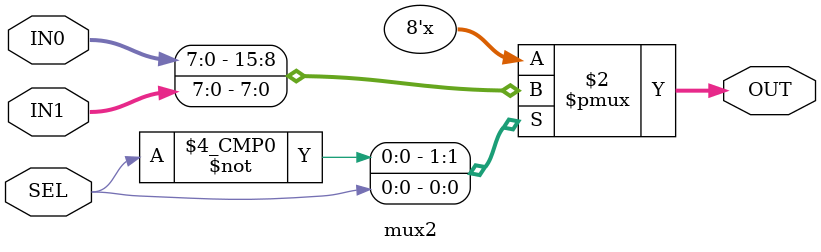
<source format=v>

module mux2(
	input [DATA_WIDTH-1:0] IN0,
	input [DATA_WIDTH-1:0] IN1,
	input SEL,
	output reg [DATA_WIDTH-1:0] OUT
);

parameter DATA_WIDTH = 8;

always @(*) begin
	case(SEL)
		1'b0: OUT <= IN0;
		1'b1: OUT <= IN1;
	endcase
end

endmodule // mux2
</source>
